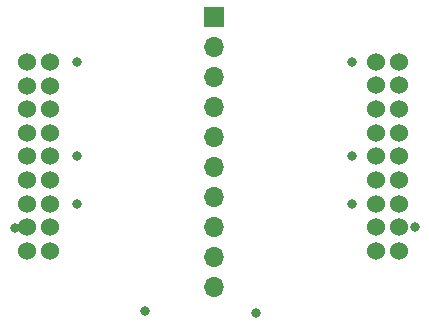
<source format=gbl>
G04 #@! TF.GenerationSoftware,KiCad,Pcbnew,7.0.6-0*
G04 #@! TF.CreationDate,2023-11-15T10:51:59-05:00*
G04 #@! TF.ProjectId,AntSniffer,416e7453-6e69-4666-9665-722e6b696361,rev?*
G04 #@! TF.SameCoordinates,Original*
G04 #@! TF.FileFunction,Copper,L4,Bot*
G04 #@! TF.FilePolarity,Positive*
%FSLAX46Y46*%
G04 Gerber Fmt 4.6, Leading zero omitted, Abs format (unit mm)*
G04 Created by KiCad (PCBNEW 7.0.6-0) date 2023-11-15 10:51:59*
%MOMM*%
%LPD*%
G01*
G04 APERTURE LIST*
G04 #@! TA.AperFunction,ComponentPad*
%ADD10R,1.700000X1.700000*%
G04 #@! TD*
G04 #@! TA.AperFunction,ComponentPad*
%ADD11O,1.700000X1.700000*%
G04 #@! TD*
G04 #@! TA.AperFunction,ComponentPad*
%ADD12C,1.524000*%
G04 #@! TD*
G04 #@! TA.AperFunction,ViaPad*
%ADD13C,0.800000*%
G04 #@! TD*
G04 APERTURE END LIST*
D10*
X168579800Y-45979000D03*
D11*
X168579800Y-48519000D03*
X168579800Y-51059000D03*
X168579800Y-53599000D03*
X168579800Y-56139000D03*
X168579800Y-58679000D03*
X168579800Y-61219000D03*
X168579800Y-63759000D03*
X168579800Y-66299000D03*
X168579800Y-68839000D03*
D12*
X182301000Y-49759600D03*
X184300000Y-49759600D03*
X182301000Y-51758600D03*
X184300000Y-51758600D03*
X182300000Y-53759600D03*
X184300000Y-53759600D03*
X182300000Y-55759600D03*
X184300000Y-55759600D03*
X182300000Y-57759600D03*
X184300000Y-57759600D03*
X182300000Y-59759600D03*
X184300000Y-59759600D03*
X182300000Y-61759600D03*
X184300000Y-61759600D03*
X182300000Y-63759600D03*
X184300000Y-63759600D03*
X182300000Y-65759600D03*
X184300000Y-65759600D03*
X154769000Y-49771800D03*
X152770000Y-49771800D03*
X154769000Y-51770800D03*
X152770000Y-51770800D03*
X154770000Y-53771800D03*
X152770000Y-53771800D03*
X154770000Y-55771800D03*
X152770000Y-55771800D03*
X154770000Y-57771800D03*
X152770000Y-57771800D03*
X154770000Y-59771800D03*
X152770000Y-59771800D03*
X154770000Y-61771800D03*
X152770000Y-61771800D03*
X154770000Y-63771800D03*
X152770000Y-63771800D03*
X154770000Y-65771800D03*
X152770000Y-65771800D03*
D13*
X180340000Y-61759600D03*
X180340000Y-49759600D03*
X185600000Y-63759600D03*
X151765000Y-63804800D03*
X162814000Y-70840600D03*
X172212000Y-71069200D03*
X157000000Y-57771800D03*
X180340000Y-57759600D03*
X157000000Y-49771800D03*
X157000000Y-61771800D03*
M02*

</source>
